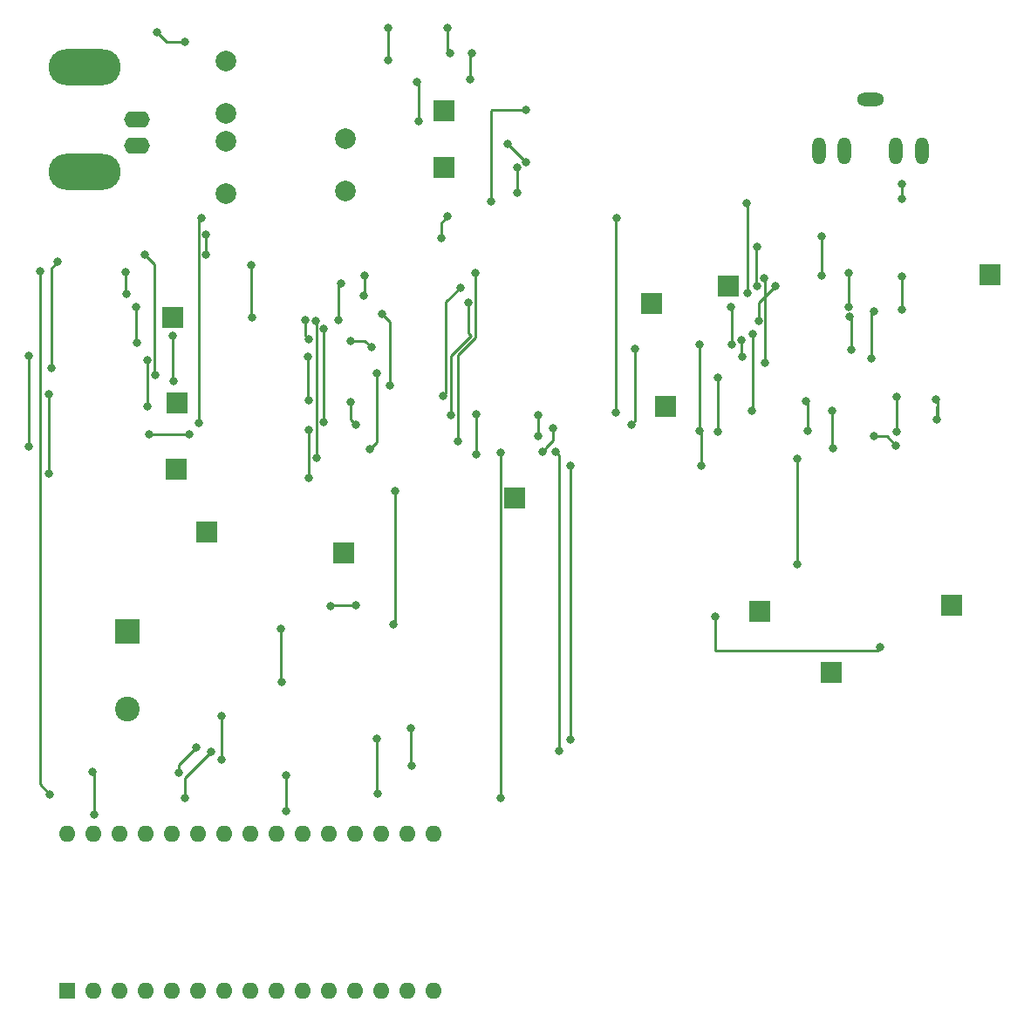
<source format=gbr>
%TF.GenerationSoftware,KiCad,Pcbnew,(6.0.4)*%
%TF.CreationDate,2022-04-28T21:28:56-07:00*%
%TF.ProjectId,Complete Schematic V4,436f6d70-6c65-4746-9520-536368656d61,rev?*%
%TF.SameCoordinates,Original*%
%TF.FileFunction,Copper,L2,Bot*%
%TF.FilePolarity,Positive*%
%FSLAX46Y46*%
G04 Gerber Fmt 4.6, Leading zero omitted, Abs format (unit mm)*
G04 Created by KiCad (PCBNEW (6.0.4)) date 2022-04-28 21:28:56*
%MOMM*%
%LPD*%
G01*
G04 APERTURE LIST*
%TA.AperFunction,ComponentPad*%
%ADD10O,2.616000X1.308000*%
%TD*%
%TA.AperFunction,ComponentPad*%
%ADD11O,1.308000X2.616000*%
%TD*%
%TA.AperFunction,ComponentPad*%
%ADD12C,2.000000*%
%TD*%
%TA.AperFunction,ComponentPad*%
%ADD13R,2.400000X2.400000*%
%TD*%
%TA.AperFunction,ComponentPad*%
%ADD14C,2.400000*%
%TD*%
%TA.AperFunction,ComponentPad*%
%ADD15R,2.000000X2.000000*%
%TD*%
%TA.AperFunction,ComponentPad*%
%ADD16R,1.600000X1.600000*%
%TD*%
%TA.AperFunction,ComponentPad*%
%ADD17O,1.600000X1.600000*%
%TD*%
%TA.AperFunction,ComponentPad*%
%ADD18O,2.500000X1.600000*%
%TD*%
%TA.AperFunction,ComponentPad*%
%ADD19O,7.000000X3.500000*%
%TD*%
%TA.AperFunction,ViaPad*%
%ADD20C,0.800000*%
%TD*%
%TA.AperFunction,Conductor*%
%ADD21C,0.250000*%
%TD*%
G04 APERTURE END LIST*
D10*
%TO.P,J2,1*%
%TO.N,GND*%
X185600000Y-63500000D03*
D11*
%TO.P,J2,2*%
%TO.N,Net-(J2-Pad2)*%
X180600000Y-68500000D03*
%TO.P,J2,3*%
%TO.N,Net-(J2-Pad3)*%
X190600000Y-68500000D03*
%TO.P,J2,10*%
%TO.N,N/C*%
X183100000Y-68500000D03*
%TO.P,J2,11*%
X188100000Y-68500000D03*
%TD*%
D12*
%TO.P,L1,1,1*%
%TO.N,Net-(C1-Pad1)*%
X123100000Y-59760000D03*
%TO.P,L1,2,2*%
%TO.N,Net-(C2-Pad1)*%
X123100000Y-64840000D03*
%TD*%
%TO.P,L2,1,1*%
%TO.N,Net-(C2-Pad1)*%
X134700000Y-67360000D03*
%TO.P,L2,2,2*%
%TO.N,GND*%
X134700000Y-72440000D03*
%TD*%
%TO.P,L3,1,1*%
%TO.N,Net-(C4-Pad2)*%
X123100000Y-67600000D03*
%TO.P,L3,2,2*%
%TO.N,Net-(L3-Pad2)*%
X123100000Y-72680000D03*
%TD*%
D13*
%TO.P,C13,1*%
%TO.N,Filtered 5V*%
X113500000Y-115187246D03*
D14*
%TO.P,C13,2*%
%TO.N,GND*%
X113500000Y-122687246D03*
%TD*%
D15*
%TO.P,TP13,1,1*%
%TO.N,Net-(TP13-Pad1)*%
X151100000Y-102200000D03*
%TD*%
%TO.P,TP14,1,1*%
%TO.N,Net-(TP14-Pad1)*%
X165700000Y-93300000D03*
%TD*%
%TO.P,TP15,1,1*%
%TO.N,Net-(TP15-Pad1)*%
X164400000Y-83300000D03*
%TD*%
%TO.P,TP12,1,1*%
%TO.N,Net-(C27-Pad1)*%
X197200000Y-80500000D03*
%TD*%
%TO.P,TP2,1,1*%
%TO.N,Net-(L3-Pad2)*%
X144200000Y-70100000D03*
%TD*%
%TO.P,TP9,1,1*%
%TO.N,Net-(C19-Pad1)*%
X174900000Y-113200000D03*
%TD*%
D16*
%TO.P,A1,1,D1/TX*%
%TO.N,unconnected-(A1-Pad1)*%
X107650000Y-150010000D03*
D17*
%TO.P,A1,2,D0/RX*%
%TO.N,unconnected-(A1-Pad2)*%
X110190000Y-150010000D03*
%TO.P,A1,3,~{RESET}*%
%TO.N,unconnected-(A1-Pad3)*%
X112730000Y-150010000D03*
%TO.P,A1,4,GND*%
%TO.N,GND*%
X115270000Y-150010000D03*
%TO.P,A1,5,D2*%
%TO.N,unconnected-(A1-Pad5)*%
X117810000Y-150010000D03*
%TO.P,A1,6,D3*%
%TO.N,unconnected-(A1-Pad6)*%
X120350000Y-150010000D03*
%TO.P,A1,7,D4*%
%TO.N,unconnected-(A1-Pad7)*%
X122890000Y-150010000D03*
%TO.P,A1,8,D5*%
%TO.N,unconnected-(A1-Pad8)*%
X125430000Y-150010000D03*
%TO.P,A1,9,D6*%
%TO.N,unconnected-(A1-Pad9)*%
X127970000Y-150010000D03*
%TO.P,A1,10,D7*%
%TO.N,unconnected-(A1-Pad10)*%
X130510000Y-150010000D03*
%TO.P,A1,11,D8*%
%TO.N,unconnected-(A1-Pad11)*%
X133050000Y-150010000D03*
%TO.P,A1,12,D9*%
%TO.N,unconnected-(A1-Pad12)*%
X135590000Y-150010000D03*
%TO.P,A1,13,D10*%
%TO.N,unconnected-(A1-Pad13)*%
X138130000Y-150010000D03*
%TO.P,A1,14,D11*%
%TO.N,unconnected-(A1-Pad14)*%
X140670000Y-150010000D03*
%TO.P,A1,15,D12*%
%TO.N,unconnected-(A1-Pad15)*%
X143210000Y-150010000D03*
%TO.P,A1,16,D13*%
%TO.N,unconnected-(A1-Pad16)*%
X143210000Y-134770000D03*
%TO.P,A1,17,3V3*%
%TO.N,+3V3*%
X140670000Y-134770000D03*
%TO.P,A1,18,AREF*%
%TO.N,unconnected-(A1-Pad18)*%
X138130000Y-134770000D03*
%TO.P,A1,19,A0*%
%TO.N,unconnected-(A1-Pad19)*%
X135590000Y-134770000D03*
%TO.P,A1,20,A1*%
%TO.N,unconnected-(A1-Pad20)*%
X133050000Y-134770000D03*
%TO.P,A1,21,A2*%
%TO.N,unconnected-(A1-Pad21)*%
X130510000Y-134770000D03*
%TO.P,A1,22,A3*%
%TO.N,unconnected-(A1-Pad22)*%
X127970000Y-134770000D03*
%TO.P,A1,23,A4*%
%TO.N,/SDA*%
X125430000Y-134770000D03*
%TO.P,A1,24,A5*%
%TO.N,/SCL*%
X122890000Y-134770000D03*
%TO.P,A1,25,A6*%
%TO.N,unconnected-(A1-Pad25)*%
X120350000Y-134770000D03*
%TO.P,A1,26,A7*%
%TO.N,unconnected-(A1-Pad26)*%
X117810000Y-134770000D03*
%TO.P,A1,27,+5V*%
%TO.N,+5V*%
X115270000Y-134770000D03*
%TO.P,A1,28,~{RESET}*%
%TO.N,unconnected-(A1-Pad28)*%
X112730000Y-134770000D03*
%TO.P,A1,29,GND*%
%TO.N,GND*%
X110190000Y-134770000D03*
%TO.P,A1,30,VIN*%
%TO.N,unconnected-(A1-Pad30)*%
X107650000Y-134770000D03*
%TD*%
D15*
%TO.P,TP5,1,1*%
%TO.N,Net-(C11-Pad1)*%
X118237500Y-99400000D03*
%TD*%
%TO.P,TP1,1,1*%
%TO.N,Net-(C1-Pad2)*%
X144200000Y-64600000D03*
%TD*%
%TO.P,TP10,1,1*%
%TO.N,Net-(C20-Pad1)*%
X193500000Y-112600000D03*
%TD*%
D18*
%TO.P,J1,1,In*%
%TO.N,GND*%
X114450000Y-65500000D03*
%TO.P,J1,2,Ext*%
%TO.N,Net-(C1-Pad2)*%
X114450000Y-68040000D03*
D19*
X109370000Y-70580000D03*
X109370000Y-60420000D03*
%TD*%
D15*
%TO.P,TP11,1,1*%
%TO.N,Net-(C26-Pad1)*%
X171800000Y-81600000D03*
%TD*%
%TO.P,TP4,1,1*%
%TO.N,Net-(C10-Pad2)*%
X118337500Y-93000000D03*
%TD*%
%TO.P,TP8,1,1*%
%TO.N,Net-(C17-Pad1)*%
X134500000Y-107500000D03*
%TD*%
%TO.P,TP6,1,1*%
%TO.N,Net-(C12-Pad2)*%
X117900000Y-84700000D03*
%TD*%
%TO.P,TP7,1,1*%
%TO.N,Net-(C16-Pad1)*%
X181800000Y-119100000D03*
%TD*%
%TO.P,TP3,1,1*%
%TO.N,Net-(C9-Pad1)*%
X121237500Y-105500000D03*
%TD*%
D20*
%TO.N,Net-(J2-Pad3)*%
X188700000Y-73200000D03*
X188700000Y-71700000D03*
%TO.N,Net-(C1-Pad2)*%
X119100000Y-57900000D03*
X116400000Y-57000000D03*
%TO.N,Net-(C2-Pad1)*%
X146962500Y-59000000D03*
X146800000Y-61600000D03*
X141600000Y-61800000D03*
X141800000Y-65600000D03*
%TO.N,Net-(C1-Pad1)*%
X144837500Y-59000000D03*
X144600000Y-56600000D03*
X138800000Y-56600000D03*
X138800000Y-59700000D03*
%TO.N,GND*%
X138222532Y-84353790D03*
X139000000Y-91300000D03*
X173200000Y-88500000D03*
X173100000Y-86910500D03*
%TO.N,+5V*%
X118500000Y-128900000D03*
X120200000Y-126400000D03*
%TO.N,Net-(C22-Pad1)*%
X174100000Y-93700000D03*
X174200000Y-86300000D03*
%TO.N,Net-(C19-Pad2)*%
X176400000Y-81625500D03*
X174800000Y-85000000D03*
%TO.N,Filtered 5V*%
X144000000Y-77000000D03*
%TO.N,Net-(C16-Pad2)*%
X136400000Y-82600000D03*
X136500000Y-80600000D03*
%TO.N,Net-(C17-Pad2)*%
X144151000Y-92300000D03*
X145800000Y-81800000D03*
%TO.N,Net-(R6-Pad2)*%
X146575500Y-83200000D03*
X144875500Y-94200000D03*
%TO.N,Net-(C17-Pad1)*%
X147300000Y-80400000D03*
X145600000Y-96700000D03*
%TO.N,GND*%
X169200000Y-99100000D03*
X172200000Y-87300000D03*
X103900000Y-88400000D03*
X103900000Y-97200000D03*
X169000000Y-87300000D03*
X141000000Y-124600000D03*
X147400000Y-98000000D03*
X186000000Y-96200000D03*
X141100000Y-128200000D03*
X152200000Y-69600000D03*
X183800000Y-87800000D03*
X183600000Y-84600000D03*
X183500000Y-80400000D03*
X188100000Y-97100000D03*
X169000000Y-95700000D03*
X110300000Y-132900000D03*
X172100000Y-83700000D03*
X122600000Y-123400000D03*
X110100000Y-128800000D03*
X122600000Y-127600000D03*
X183500000Y-83700000D03*
X150400000Y-67800000D03*
X147400000Y-94100000D03*
%TO.N,+3V3*%
X128900000Y-129100000D03*
X149700000Y-131300000D03*
X128900000Y-132600000D03*
X149700000Y-97800000D03*
X153800000Y-97724500D03*
X154789286Y-95424608D03*
%TO.N,/SDA*%
X137800000Y-130900000D03*
X156500000Y-125700000D03*
X137700000Y-125600000D03*
X156500000Y-99100000D03*
%TO.N,/SCL*%
X121600000Y-126875500D03*
X155400000Y-126800000D03*
X119100000Y-131300000D03*
X155100000Y-97724500D03*
%TO.N,+5V*%
X114400000Y-87100000D03*
X113400000Y-82400000D03*
X106000000Y-131000000D03*
X105000000Y-80200000D03*
X114300000Y-83700000D03*
X113300000Y-80300000D03*
%TO.N,Filtered 5V*%
X128400000Y-114900000D03*
X128500000Y-120100000D03*
X173600000Y-73600000D03*
X173700000Y-82324500D03*
X148800000Y-73400000D03*
X139300000Y-114500000D03*
X137000000Y-97500000D03*
X139500000Y-101500000D03*
X137700000Y-90100000D03*
X144600000Y-74900000D03*
X152200000Y-64500000D03*
%TO.N,Net-(C9-Pad1)*%
X115600000Y-96000000D03*
X119500000Y-96000000D03*
%TO.N,Net-(C11-Pad1)*%
X105900000Y-99800000D03*
X105900000Y-92100000D03*
X115400000Y-88800000D03*
X115400000Y-93300000D03*
%TO.N,Net-(C12-Pad2)*%
X117900000Y-86500000D03*
X118000000Y-90900000D03*
%TO.N,Net-(C16-Pad1)*%
X133200000Y-112700000D03*
X135700000Y-112600000D03*
%TO.N,Net-(C16-Pad2)*%
X132549000Y-85800000D03*
X132549000Y-94800000D03*
%TO.N,Net-(C17-Pad1)*%
X170600000Y-113700000D03*
X186600000Y-116700000D03*
%TO.N,Net-(C17-Pad2)*%
X131100000Y-92700000D03*
X131000000Y-88500000D03*
X135200000Y-92900000D03*
X131100000Y-100300000D03*
X131100000Y-95600000D03*
X135700000Y-95100000D03*
%TO.N,Net-(C19-Pad2)*%
X175300000Y-80900000D03*
X178500000Y-98375500D03*
X178500000Y-108600000D03*
X175400000Y-89100000D03*
X179400000Y-92800000D03*
X179500000Y-95700000D03*
%TO.N,Net-(C20-Pad2)*%
X185724500Y-88700000D03*
X188700000Y-83900000D03*
X188700000Y-80700000D03*
X192100000Y-94600000D03*
X185935863Y-84050949D03*
X192000000Y-92675500D03*
%TO.N,Net-(C22-Pad1)*%
X181900000Y-93700000D03*
X182000000Y-97400000D03*
%TO.N,Net-(C26-Pad1)*%
X180900000Y-76800000D03*
X174593245Y-81606755D03*
X174600000Y-77800000D03*
X180900000Y-80600000D03*
%TO.N,Net-(L3-Pad2)*%
X151300000Y-70100000D03*
X120700000Y-75000000D03*
X120400000Y-94900000D03*
X151300000Y-72600000D03*
%TO.N,Net-(R4-Pad2)*%
X134000000Y-84900000D03*
X131824500Y-98300000D03*
X131800000Y-85000000D03*
X134274500Y-81400000D03*
%TO.N,Net-(R14-Pad1)*%
X170800000Y-95800000D03*
X170800000Y-90500000D03*
%TO.N,Net-(R15-Pad2)*%
X188200000Y-92400000D03*
X188200000Y-95800000D03*
%TO.N,Net-(U1-Pad2)*%
X153400000Y-96200000D03*
X153400000Y-94200000D03*
%TO.N,Net-(TP15-Pad1)*%
X137200000Y-87600000D03*
X125600000Y-84700000D03*
X106100000Y-89600000D03*
X162400000Y-95100000D03*
X162800000Y-87700000D03*
X106700000Y-79300000D03*
X125500000Y-79600000D03*
X130800000Y-84900000D03*
X131100000Y-86800000D03*
X135162701Y-86962701D03*
%TO.N,Net-(TP14-Pad1)*%
X115200000Y-78575500D03*
X161000000Y-75000000D03*
X121124500Y-76600000D03*
X116200000Y-90300000D03*
X160900000Y-93900000D03*
X121124500Y-78575500D03*
%TD*%
D21*
%TO.N,Net-(J2-Pad3)*%
X188700000Y-73200000D02*
X188700000Y-71700000D01*
%TO.N,Net-(C1-Pad2)*%
X117300000Y-57900000D02*
X119100000Y-57900000D01*
X116400000Y-57000000D02*
X117300000Y-57900000D01*
%TO.N,Net-(C2-Pad1)*%
X146800000Y-59162500D02*
X146962500Y-59000000D01*
X146800000Y-61600000D02*
X146800000Y-59162500D01*
X141800000Y-65600000D02*
X141800000Y-62000000D01*
X141800000Y-62000000D02*
X141600000Y-61800000D01*
%TO.N,Net-(C1-Pad1)*%
X144600000Y-58762500D02*
X144837500Y-59000000D01*
X144600000Y-56600000D02*
X144600000Y-58762500D01*
X138800000Y-59700000D02*
X138800000Y-56600000D01*
%TO.N,GND*%
X139000000Y-85131258D02*
X138222532Y-84353790D01*
X139000000Y-91300000D02*
X139000000Y-85131258D01*
X173100000Y-88400000D02*
X173200000Y-88500000D01*
X173100000Y-86910500D02*
X173100000Y-88400000D01*
%TO.N,+5V*%
X118500000Y-128100000D02*
X118500000Y-128900000D01*
X120200000Y-126400000D02*
X118500000Y-128100000D01*
%TO.N,Net-(C22-Pad1)*%
X174200000Y-93600000D02*
X174100000Y-93700000D01*
X174200000Y-86300000D02*
X174200000Y-93600000D01*
%TO.N,Net-(C19-Pad2)*%
X174800000Y-85000000D02*
X174800000Y-83225500D01*
X174800000Y-83225500D02*
X176400000Y-81625500D01*
%TO.N,Filtered 5V*%
X144000000Y-77000000D02*
X144000000Y-75500000D01*
X144000000Y-75500000D02*
X144600000Y-74900000D01*
%TO.N,Net-(C16-Pad2)*%
X136500000Y-82500000D02*
X136400000Y-82600000D01*
X136500000Y-80600000D02*
X136500000Y-82500000D01*
%TO.N,Net-(C17-Pad2)*%
X144425980Y-92025020D02*
X144151000Y-92300000D01*
X145800000Y-81800000D02*
X144425980Y-83174020D01*
X144425980Y-83174020D02*
X144425980Y-92025020D01*
%TO.N,Net-(R6-Pad2)*%
X146575500Y-86212178D02*
X146575500Y-83200000D01*
X146813802Y-86450480D02*
X146575500Y-86212178D01*
X144875500Y-88388783D02*
X146813802Y-86450480D01*
X144875500Y-94200000D02*
X144875500Y-88388783D01*
%TO.N,Net-(C17-Pad1)*%
X147300000Y-86600000D02*
X147300000Y-80400000D01*
X147000000Y-86900000D02*
X147300000Y-86600000D01*
X145600000Y-88300000D02*
X147000000Y-86900000D01*
X145600000Y-96700000D02*
X145600000Y-88300000D01*
%TO.N,GND*%
X172200000Y-83800000D02*
X172100000Y-83700000D01*
X147400000Y-98000000D02*
X147400000Y-94100000D01*
X186000000Y-96200000D02*
X187200000Y-96200000D01*
X172200000Y-87300000D02*
X172200000Y-83800000D01*
X169000000Y-95700000D02*
X169000000Y-87300000D01*
X122600000Y-123400000D02*
X122600000Y-127600000D01*
X187200000Y-96200000D02*
X188100000Y-97100000D01*
X103900000Y-97200000D02*
X103900000Y-88400000D01*
X110300000Y-129000000D02*
X110100000Y-128800000D01*
X150400000Y-67800000D02*
X152200000Y-69600000D01*
X169200000Y-95900000D02*
X169200000Y-99100000D01*
X169000000Y-95700000D02*
X169200000Y-95900000D01*
X183800000Y-84800000D02*
X183600000Y-84600000D01*
X183500000Y-83700000D02*
X183500000Y-80400000D01*
X141000000Y-124600000D02*
X141000000Y-128100000D01*
X110300000Y-132900000D02*
X110300000Y-129000000D01*
X183800000Y-87800000D02*
X183800000Y-84800000D01*
X141000000Y-128100000D02*
X141100000Y-128200000D01*
%TO.N,+3V3*%
X154789286Y-96610714D02*
X154789286Y-95424608D01*
X153800000Y-97724500D02*
X154124500Y-97400000D01*
X154124500Y-97400000D02*
X154124500Y-97275500D01*
X154124500Y-97275500D02*
X154700000Y-96700000D01*
X149700000Y-131300000D02*
X149700000Y-97800000D01*
X128900000Y-129100000D02*
X128900000Y-132600000D01*
X154700000Y-96700000D02*
X154789286Y-96610714D01*
%TO.N,/SDA*%
X137800000Y-130900000D02*
X137700000Y-130800000D01*
X156500000Y-125700000D02*
X156500000Y-99100000D01*
X137700000Y-130800000D02*
X137700000Y-125600000D01*
%TO.N,/SCL*%
X155400000Y-98024500D02*
X155100000Y-97724500D01*
X119100000Y-129375500D02*
X121600000Y-126875500D01*
X119100000Y-131300000D02*
X119100000Y-129375500D01*
X155400000Y-126800000D02*
X155400000Y-98024500D01*
%TO.N,+5V*%
X114300000Y-87000000D02*
X114400000Y-87100000D01*
X105000000Y-130000000D02*
X105000000Y-80200000D01*
X113300000Y-80300000D02*
X113300000Y-82300000D01*
X114300000Y-83700000D02*
X114300000Y-87000000D01*
X113300000Y-82300000D02*
X113400000Y-82400000D01*
X106000000Y-131000000D02*
X105000000Y-130000000D01*
%TO.N,Filtered 5V*%
X148800000Y-73400000D02*
X148800000Y-64600000D01*
X139500000Y-114300000D02*
X139300000Y-114500000D01*
X139500000Y-101500000D02*
X139500000Y-114300000D01*
X173700000Y-82324500D02*
X173700000Y-73700000D01*
X173700000Y-73700000D02*
X173600000Y-73600000D01*
X128400000Y-120000000D02*
X128500000Y-120100000D01*
X128400000Y-114900000D02*
X128400000Y-120000000D01*
X137700000Y-90100000D02*
X137700000Y-96800000D01*
X148800000Y-64600000D02*
X148900000Y-64500000D01*
X148900000Y-64500000D02*
X152200000Y-64500000D01*
X137700000Y-96800000D02*
X137000000Y-97500000D01*
%TO.N,Net-(C9-Pad1)*%
X119500000Y-96000000D02*
X115600000Y-96000000D01*
%TO.N,Net-(C11-Pad1)*%
X115400000Y-93300000D02*
X115400000Y-88800000D01*
X105900000Y-99800000D02*
X105900000Y-92100000D01*
%TO.N,Net-(C12-Pad2)*%
X117900000Y-90800000D02*
X118000000Y-90900000D01*
X117900000Y-86500000D02*
X117900000Y-90800000D01*
%TO.N,Net-(C16-Pad1)*%
X135700000Y-112600000D02*
X133300000Y-112600000D01*
X133300000Y-112600000D02*
X133200000Y-112700000D01*
%TO.N,Net-(C16-Pad2)*%
X132549000Y-94800000D02*
X132549000Y-85800000D01*
%TO.N,Net-(C17-Pad1)*%
X170600000Y-117000000D02*
X186300000Y-117000000D01*
X186300000Y-117000000D02*
X186600000Y-116700000D01*
X170600000Y-113700000D02*
X170600000Y-117000000D01*
%TO.N,Net-(C17-Pad2)*%
X135200000Y-92900000D02*
X135200000Y-94600000D01*
X131000000Y-88500000D02*
X131000000Y-92600000D01*
X131000000Y-92600000D02*
X131100000Y-92700000D01*
X135200000Y-94600000D02*
X135700000Y-95100000D01*
X131100000Y-100300000D02*
X131100000Y-95600000D01*
%TO.N,Net-(C19-Pad2)*%
X179500000Y-92900000D02*
X179400000Y-92800000D01*
X179500000Y-95700000D02*
X179500000Y-92900000D01*
X175400000Y-81000000D02*
X175300000Y-80900000D01*
X178500000Y-108600000D02*
X178500000Y-98375500D01*
X175400000Y-89100000D02*
X175400000Y-81000000D01*
%TO.N,Net-(C20-Pad2)*%
X192100000Y-94600000D02*
X192100000Y-93300000D01*
X185724500Y-84262312D02*
X185724500Y-88700000D01*
X192112500Y-92788000D02*
X192000000Y-92675500D01*
X188700000Y-80700000D02*
X188700000Y-83900000D01*
X192112500Y-93287500D02*
X192112500Y-92788000D01*
X192100000Y-93300000D02*
X192112500Y-93287500D01*
X185935863Y-84050949D02*
X185724500Y-84262312D01*
X192112500Y-94412500D02*
X192112500Y-93287500D01*
%TO.N,Net-(C22-Pad1)*%
X181900000Y-97300000D02*
X182000000Y-97400000D01*
X181900000Y-93700000D02*
X181900000Y-97300000D01*
%TO.N,Net-(C26-Pad1)*%
X180900000Y-80600000D02*
X180900000Y-76800000D01*
X174575489Y-77824511D02*
X174600000Y-77800000D01*
X174593245Y-81606755D02*
X174575489Y-81588999D01*
X174575489Y-81588999D02*
X174575489Y-77824511D01*
%TO.N,Net-(L3-Pad2)*%
X151300000Y-70100000D02*
X151300000Y-72600000D01*
X120400000Y-75300000D02*
X120700000Y-75000000D01*
X120400000Y-94900000D02*
X120400000Y-75300000D01*
%TO.N,Net-(R4-Pad2)*%
X134000000Y-81674500D02*
X134274500Y-81400000D01*
X131824500Y-98300000D02*
X131824500Y-85024500D01*
X134000000Y-84900000D02*
X134000000Y-81674500D01*
X131824500Y-85024500D02*
X131800000Y-85000000D01*
%TO.N,Net-(R14-Pad1)*%
X170800000Y-90500000D02*
X170800000Y-95800000D01*
%TO.N,Net-(R15-Pad2)*%
X188200000Y-92400000D02*
X188200000Y-95800000D01*
%TO.N,Net-(U1-Pad2)*%
X153400000Y-94200000D02*
X153400000Y-96200000D01*
%TO.N,Net-(TP15-Pad1)*%
X125500000Y-84600000D02*
X125600000Y-84700000D01*
X162800000Y-87700000D02*
X162800000Y-94700000D01*
X130800000Y-86500000D02*
X131100000Y-86800000D01*
X125500000Y-79600000D02*
X125500000Y-84600000D01*
X106100000Y-89600000D02*
X106100000Y-79900000D01*
X130800000Y-84900000D02*
X130800000Y-86500000D01*
X106100000Y-79900000D02*
X106700000Y-79300000D01*
X162800000Y-94700000D02*
X162400000Y-95100000D01*
X135162701Y-86962701D02*
X136562701Y-86962701D01*
X136562701Y-86962701D02*
X137200000Y-87600000D01*
%TO.N,Net-(TP14-Pad1)*%
X116124511Y-90224511D02*
X116200000Y-90300000D01*
X116124511Y-79500011D02*
X116124511Y-90224511D01*
X121124500Y-78575500D02*
X121124500Y-76600000D01*
X115200000Y-78575500D02*
X116124511Y-79500011D01*
X160900000Y-75100000D02*
X161000000Y-75000000D01*
X160900000Y-93900000D02*
X160900000Y-75100000D01*
%TD*%
M02*

</source>
